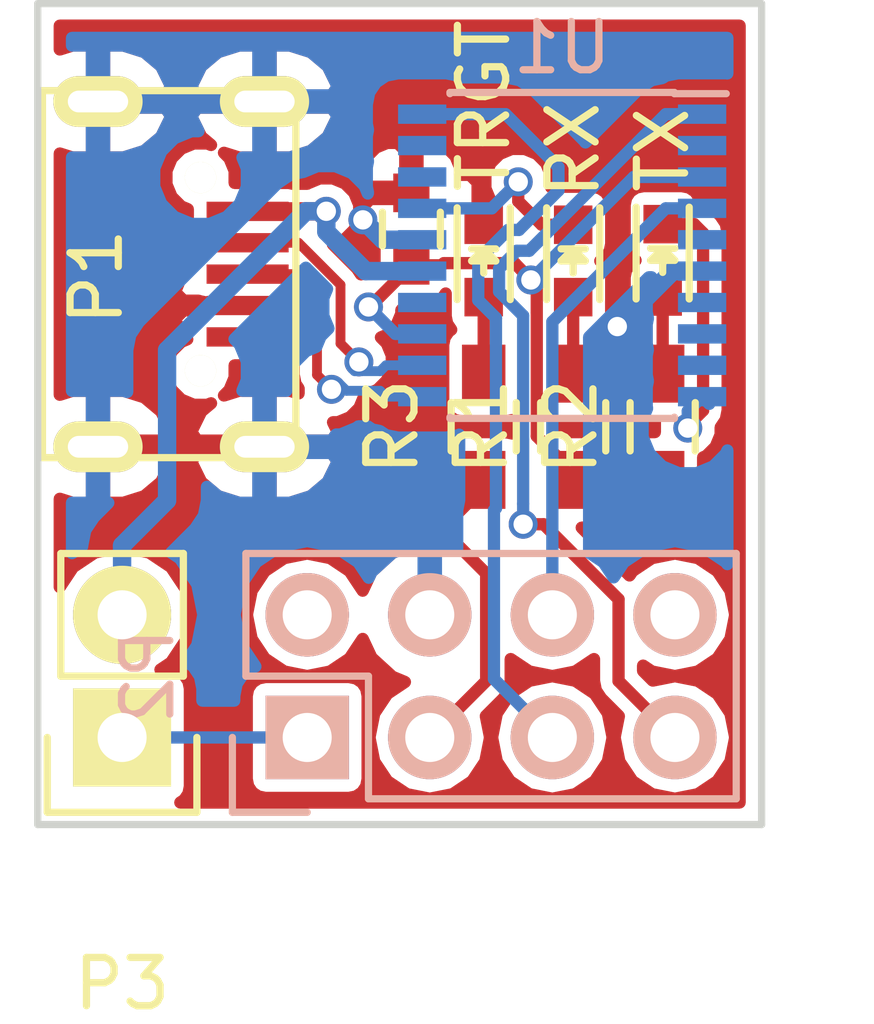
<source format=kicad_pcb>
(kicad_pcb (version 20170123) (host pcbnew no-vcs-found-7659~57~ubuntu16.10.1)

  (general
    (links 27)
    (no_connects 0)
    (area 113.090238 109.924999 131.5755 131.3669)
    (thickness 1.6)
    (drawings 4)
    (tracks 113)
    (zones 0)
    (modules 11)
    (nets 27)
  )

  (page A4)
  (layers
    (0 F.Cu signal)
    (31 B.Cu signal)
    (32 B.Adhes user)
    (33 F.Adhes user)
    (34 B.Paste user)
    (35 F.Paste user)
    (36 B.SilkS user)
    (37 F.SilkS user)
    (38 B.Mask user)
    (39 F.Mask user)
    (40 Dwgs.User user)
    (41 Cmts.User user)
    (42 Eco1.User user)
    (43 Eco2.User user)
    (44 Edge.Cuts user)
    (45 Margin user)
    (46 B.CrtYd user)
    (47 F.CrtYd user)
    (48 B.Fab user)
    (49 F.Fab user)
  )

  (setup
    (last_trace_width 0.254)
    (trace_clearance 0.1778)
    (zone_clearance 0.508)
    (zone_45_only no)
    (trace_min 0.0254)
    (segment_width 0.2)
    (edge_width 0.15)
    (via_size 0.6)
    (via_drill 0.4)
    (via_min_size 0.4)
    (via_min_drill 0.3)
    (uvia_size 0.3)
    (uvia_drill 0.1)
    (uvias_allowed no)
    (uvia_min_size 0)
    (uvia_min_drill 0)
    (pcb_text_width 0.3)
    (pcb_text_size 1.5 1.5)
    (mod_edge_width 0.15)
    (mod_text_size 1 1)
    (mod_text_width 0.15)
    (pad_size 1.05 1.85)
    (pad_drill 0.45)
    (pad_to_mask_clearance 0.2)
    (aux_axis_origin 0 0)
    (visible_elements FFFFFF7F)
    (pcbplotparams
      (layerselection 0x010f0_ffffffff)
      (usegerberextensions false)
      (excludeedgelayer true)
      (linewidth 0.100000)
      (plotframeref false)
      (viasonmask false)
      (mode 1)
      (useauxorigin false)
      (hpglpennumber 1)
      (hpglpenspeed 20)
      (hpglpendiameter 15)
      (psnegative false)
      (psa4output false)
      (plotreference true)
      (plotvalue true)
      (plotinvisibletext false)
      (padsonsilk false)
      (subtractmaskfromsilk false)
      (outputformat 1)
      (mirror false)
      (drillshape 0)
      (scaleselection 1)
      (outputdirectory Manufacturing/))
  )

  (net 0 "")
  (net 1 GND)
  (net 2 +5V)
  (net 3 "Net-(P1-Pad5)")
  (net 4 "Net-(P2-Pad2)")
  (net 5 "Net-(P2-Pad3)")
  (net 6 /TXD)
  (net 7 /RXD)
  (net 8 "Net-(P2-Pad8)")
  (net 9 "Net-(U1-Pad2)")
  (net 10 /D+)
  (net 11 /D-)
  (net 12 "Net-(C1-Pad2)")
  (net 13 "Net-(D1-Pad2)")
  (net 14 "Net-(D1-Pad1)")
  (net 15 "Net-(D2-Pad2)")
  (net 16 "Net-(D2-Pad1)")
  (net 17 "Net-(P2-Pad1)")
  (net 18 "Net-(D3-Pad2)")
  (net 19 /RST)
  (net 20 "Net-(U1-Pad5)")
  (net 21 "Net-(U1-Pad7)")
  (net 22 "Net-(U1-Pad8)")
  (net 23 "Net-(U1-Pad9)")
  (net 24 "Net-(U1-Pad14)")
  (net 25 "Net-(U1-Pad18)")
  (net 26 "Net-(U1-Pad19)")

  (net_class Default "This is the default net class."
    (clearance 0.1778)
    (trace_width 0.254)
    (via_dia 0.6)
    (via_drill 0.4)
    (uvia_dia 0.3)
    (uvia_drill 0.1)
    (add_net /D+)
    (add_net /D-)
    (add_net /RST)
    (add_net /RXD)
    (add_net /TXD)
    (add_net "Net-(C1-Pad2)")
    (add_net "Net-(D1-Pad1)")
    (add_net "Net-(D1-Pad2)")
    (add_net "Net-(D2-Pad1)")
    (add_net "Net-(D2-Pad2)")
    (add_net "Net-(D3-Pad2)")
    (add_net "Net-(P1-Pad5)")
    (add_net "Net-(P2-Pad1)")
    (add_net "Net-(P2-Pad2)")
    (add_net "Net-(P2-Pad3)")
    (add_net "Net-(P2-Pad8)")
    (add_net "Net-(U1-Pad14)")
    (add_net "Net-(U1-Pad18)")
    (add_net "Net-(U1-Pad19)")
    (add_net "Net-(U1-Pad2)")
    (add_net "Net-(U1-Pad5)")
    (add_net "Net-(U1-Pad7)")
    (add_net "Net-(U1-Pad8)")
    (add_net "Net-(U1-Pad9)")
  )

  (net_class Power ""
    (clearance 0.1778)
    (trace_width 0.381)
    (via_dia 0.6)
    (via_drill 0.4)
    (uvia_dia 0.3)
    (uvia_drill 0.1)
    (add_net +5V)
    (add_net GND)
  )

  (module mysensors_connectors:Micro_USB (layer F.Cu) (tedit 58A8CBD2) (tstamp 56E90ABC)
    (at 114.0984 115.602 270)
    (path /56E908FF)
    (fp_text reference P1 (at 0.0574 -1.116 270) (layer F.SilkS)
      (effects (font (size 1 1) (thickness 0.15)))
    )
    (fp_text value USB_A (at -0.0066 -1.1922 270) (layer F.Fab)
      (effects (font (size 1 1) (thickness 0.15)))
    )
    (fp_line (start -3.8 0) (end -3.8 -5.25) (layer F.SilkS) (width 0.15))
    (fp_line (start -3.8 -5.25) (end 3.8 -5.25) (layer F.SilkS) (width 0.15))
    (fp_line (start 3.8 -5.25) (end 3.8 0) (layer F.SilkS) (width 0.15))
    (fp_line (start -3.8 0) (end 3.8 0) (layer F.SilkS) (width 0.15))
    (pad 3 smd rect (at 0 -4.25 270) (size 0.4 1.7) (layers F.Cu F.Paste F.Mask)
      (net 10 /D+))
    (pad 4 smd rect (at 0.65 -4.25 270) (size 0.4 1.7) (layers F.Cu F.Paste F.Mask)
      (net 1 GND))
    (pad 2 smd rect (at -0.65 -4.25 270) (size 0.4 1.7) (layers F.Cu F.Paste F.Mask)
      (net 11 /D-))
    (pad 1 smd trapezoid (at -1.3 -4.25 270) (size 0.4 1.7) (layers F.Cu F.Paste F.Mask)
      (net 2 +5V))
    (pad 5 smd rect (at 1.3 -4.25 270) (size 0.4 1.7) (layers F.Cu F.Paste F.Mask)
      (net 3 "Net-(P1-Pad5)"))
    (pad 6 thru_hole oval (at -3.575 -1.15 270) (size 1.05 1.85) (drill oval 0.45 1.25) (layers *.Cu *.Mask F.SilkS)
      (net 1 GND))
    (pad 7 thru_hole oval (at 3.575 -1.15 270) (size 1.05 1.85) (drill oval 0.45 1.25) (layers *.Cu *.Mask F.SilkS)
      (net 1 GND))
    (pad 8 thru_hole oval (at -3.575 -4.6 270) (size 1.05 1.85) (drill oval 0.45 1.25) (layers *.Cu *.Mask F.SilkS)
      (net 1 GND))
    (pad 9 thru_hole oval (at 3.575 -4.6 270) (size 1.05 1.85) (drill oval 0.45 1.25) (layers *.Cu *.Mask F.SilkS)
      (net 1 GND))
    (pad "" np_thru_hole circle (at -2 -3.275 270) (size 0.65 0.65) (drill 0.65) (layers *.Cu *.Mask F.SilkS))
    (pad "" np_thru_hole circle (at 2 -3.275 270) (size 0.65 0.65) (drill 0.65) (layers *.Cu *.Mask F.SilkS))
    (model mysensors.3dshapes/w.lain.3dshapes/conn_pc/usb_B_micro_smd-2.wrl
      (at (xyz 0 0.07000000000000001 0))
      (scale (xyz 1 1 1))
      (rotate (xyz 0 0 0))
    )
  )

  (module Capacitors_SMD:C_0603 (layer F.Cu) (tedit 57D47120) (tstamp 56E90FD0)
    (at 121.7422 114.669 270)
    (descr "Capacitor SMD 0603, reflow soldering, AVX (see smccp.pdf)")
    (tags "capacitor 0603")
    (path /56E912AF)
    (attr smd)
    (fp_text reference C1 (at 0 -1.9 270) (layer F.Fab)
      (effects (font (size 1 1) (thickness 0.15)))
    )
    (fp_text value C (at 0 1.9 270) (layer F.Fab)
      (effects (font (size 1 1) (thickness 0.15)))
    )
    (fp_line (start -1.45 -0.75) (end 1.45 -0.75) (layer F.CrtYd) (width 0.05))
    (fp_line (start -1.45 0.75) (end 1.45 0.75) (layer F.CrtYd) (width 0.05))
    (fp_line (start -1.45 -0.75) (end -1.45 0.75) (layer F.CrtYd) (width 0.05))
    (fp_line (start 1.45 -0.75) (end 1.45 0.75) (layer F.CrtYd) (width 0.05))
    (fp_line (start -0.35 -0.6) (end 0.35 -0.6) (layer F.SilkS) (width 0.15))
    (fp_line (start 0.35 0.6) (end -0.35 0.6) (layer F.SilkS) (width 0.15))
    (pad 1 smd rect (at -0.75 0 270) (size 0.8 0.75) (layers F.Cu F.Paste F.Mask)
      (net 1 GND))
    (pad 2 smd rect (at 0.75 0 270) (size 0.8 0.75) (layers F.Cu F.Paste F.Mask)
      (net 12 "Net-(C1-Pad2)"))
    (model Capacitors_SMD.3dshapes/C_0603.wrl
      (at (xyz 0 0 0))
      (scale (xyz 1 1 1))
      (rotate (xyz 0 0 0))
    )
  )

  (module LEDs:LED-0603 (layer F.Cu) (tedit 57D47372) (tstamp 56E90FD6)
    (at 125.095 115.3287 270)
    (descr "LED 0603 smd package")
    (tags "LED led 0603 SMD smd SMT smt smdled SMDLED smtled SMTLED")
    (path /56E90F3E)
    (attr smd)
    (fp_text reference D1 (at 0 -1.5 270) (layer F.Fab)
      (effects (font (size 1 1) (thickness 0.15)))
    )
    (fp_text value RX (at -2.2987 0 270) (layer F.SilkS)
      (effects (font (size 1 1) (thickness 0.15)))
    )
    (fp_line (start -1.1 0.55) (end 0.8 0.55) (layer F.SilkS) (width 0.15))
    (fp_line (start -1.1 -0.55) (end 0.8 -0.55) (layer F.SilkS) (width 0.15))
    (fp_line (start -0.2 0) (end 0.25 0) (layer F.SilkS) (width 0.15))
    (fp_line (start -0.25 -0.25) (end -0.25 0.25) (layer F.SilkS) (width 0.15))
    (fp_line (start -0.25 0) (end 0 -0.25) (layer F.SilkS) (width 0.15))
    (fp_line (start 0 -0.25) (end 0 0.25) (layer F.SilkS) (width 0.15))
    (fp_line (start 0 0.25) (end -0.25 0) (layer F.SilkS) (width 0.15))
    (fp_line (start 1.4 -0.75) (end 1.4 0.75) (layer F.CrtYd) (width 0.05))
    (fp_line (start 1.4 0.75) (end -1.4 0.75) (layer F.CrtYd) (width 0.05))
    (fp_line (start -1.4 0.75) (end -1.4 -0.75) (layer F.CrtYd) (width 0.05))
    (fp_line (start -1.4 -0.75) (end 1.4 -0.75) (layer F.CrtYd) (width 0.05))
    (pad 2 smd rect (at 0.7493 0 90) (size 0.79756 0.79756) (layers F.Cu F.Paste F.Mask)
      (net 13 "Net-(D1-Pad2)"))
    (pad 1 smd rect (at -0.7493 0 90) (size 0.79756 0.79756) (layers F.Cu F.Paste F.Mask)
      (net 14 "Net-(D1-Pad1)"))
  )

  (module LEDs:LED-0603 (layer F.Cu) (tedit 57D47388) (tstamp 56E90FDC)
    (at 126.9492 115.316 270)
    (descr "LED 0603 smd package")
    (tags "LED led 0603 SMD smd SMT smt smdled SMDLED smtled SMTLED")
    (path /56E90EFF)
    (attr smd)
    (fp_text reference D2 (at 0 -1.5 270) (layer F.Fab)
      (effects (font (size 1 1) (thickness 0.15)))
    )
    (fp_text value TX (at -2.286 0 270) (layer F.SilkS)
      (effects (font (size 1 1) (thickness 0.15)))
    )
    (fp_line (start -1.1 0.55) (end 0.8 0.55) (layer F.SilkS) (width 0.15))
    (fp_line (start -1.1 -0.55) (end 0.8 -0.55) (layer F.SilkS) (width 0.15))
    (fp_line (start -0.2 0) (end 0.25 0) (layer F.SilkS) (width 0.15))
    (fp_line (start -0.25 -0.25) (end -0.25 0.25) (layer F.SilkS) (width 0.15))
    (fp_line (start -0.25 0) (end 0 -0.25) (layer F.SilkS) (width 0.15))
    (fp_line (start 0 -0.25) (end 0 0.25) (layer F.SilkS) (width 0.15))
    (fp_line (start 0 0.25) (end -0.25 0) (layer F.SilkS) (width 0.15))
    (fp_line (start 1.4 -0.75) (end 1.4 0.75) (layer F.CrtYd) (width 0.05))
    (fp_line (start 1.4 0.75) (end -1.4 0.75) (layer F.CrtYd) (width 0.05))
    (fp_line (start -1.4 0.75) (end -1.4 -0.75) (layer F.CrtYd) (width 0.05))
    (fp_line (start -1.4 -0.75) (end 1.4 -0.75) (layer F.CrtYd) (width 0.05))
    (pad 2 smd rect (at 0.7493 0 90) (size 0.79756 0.79756) (layers F.Cu F.Paste F.Mask)
      (net 15 "Net-(D2-Pad2)"))
    (pad 1 smd rect (at -0.7493 0 90) (size 0.79756 0.79756) (layers F.Cu F.Paste F.Mask)
      (net 16 "Net-(D2-Pad1)"))
  )

  (module Pin_Headers:Pin_Header_Straight_1x02 (layer F.Cu) (tedit 54EA090C) (tstamp 56E94444)
    (at 115.7478 125.1966 180)
    (descr "Through hole pin header")
    (tags "pin header")
    (path /56E94484)
    (fp_text reference P3 (at 0 -5.1 180) (layer F.SilkS)
      (effects (font (size 1 1) (thickness 0.15)))
    )
    (fp_text value supply (at 0 -3.1 180) (layer F.Fab)
      (effects (font (size 1 1) (thickness 0.15)))
    )
    (fp_line (start 1.27 1.27) (end 1.27 3.81) (layer F.SilkS) (width 0.15))
    (fp_line (start 1.55 -1.55) (end 1.55 0) (layer F.SilkS) (width 0.15))
    (fp_line (start -1.75 -1.75) (end -1.75 4.3) (layer F.CrtYd) (width 0.05))
    (fp_line (start 1.75 -1.75) (end 1.75 4.3) (layer F.CrtYd) (width 0.05))
    (fp_line (start -1.75 -1.75) (end 1.75 -1.75) (layer F.CrtYd) (width 0.05))
    (fp_line (start -1.75 4.3) (end 1.75 4.3) (layer F.CrtYd) (width 0.05))
    (fp_line (start 1.27 1.27) (end -1.27 1.27) (layer F.SilkS) (width 0.15))
    (fp_line (start -1.55 0) (end -1.55 -1.55) (layer F.SilkS) (width 0.15))
    (fp_line (start -1.55 -1.55) (end 1.55 -1.55) (layer F.SilkS) (width 0.15))
    (fp_line (start -1.27 1.27) (end -1.27 3.81) (layer F.SilkS) (width 0.15))
    (fp_line (start -1.27 3.81) (end 1.27 3.81) (layer F.SilkS) (width 0.15))
    (pad 1 thru_hole rect (at 0 0 180) (size 2.032 2.032) (drill 1.016) (layers *.Cu *.Mask F.SilkS)
      (net 17 "Net-(P2-Pad1)"))
    (pad 2 thru_hole oval (at 0 2.54 180) (size 2.032 2.032) (drill 1.016) (layers *.Cu *.Mask F.SilkS)
      (net 2 +5V))
    (model Pin_Headers.3dshapes/Pin_Header_Straight_1x02.wrl
      (at (xyz 0 -0.05 0))
      (scale (xyz 1 1 1))
      (rotate (xyz 0 0 90))
    )
  )

  (module mysensors_connectors:MYSX_2.0_SOCKET (layer F.Cu) (tedit 57D03DBD) (tstamp 56E90ACC)
    (at 119.5832 125.1966 90)
    (descr "Through hole pin socket")
    (tags "pin socket MYSX 2.0 daughter")
    (path /56E907D4)
    (fp_text reference P2 (at 1.27 -3.302 90) (layer B.SilkS)
      (effects (font (size 1 1) (thickness 0.15)) (justify mirror))
    )
    (fp_text value MYSX_2.0 (at 1.27 10.922 90) (layer B.Fab)
      (effects (font (size 1 1) (thickness 0.15)) (justify mirror))
    )
    (fp_text user 2.0 (at 2.54 -3.302 90) (layer Cmts.User)
      (effects (font (size 1 1) (thickness 0.15)))
    )
    (fp_line (start -2.54 -2.54) (end -2.54 10.16) (layer B.CrtYd) (width 0.05))
    (fp_line (start 5.08 -2.54) (end 5.08 10.16) (layer B.CrtYd) (width 0.05))
    (fp_line (start -2.54 -2.54) (end 5.08 -2.54) (layer B.CrtYd) (width 0.05))
    (fp_line (start -2.54 10.16) (end 5.08 10.16) (layer B.CrtYd) (width 0.05))
    (fp_line (start -1.27 1.27) (end -1.27 8.89) (layer B.SilkS) (width 0.15))
    (fp_line (start -1.27 8.89) (end 3.81 8.89) (layer B.SilkS) (width 0.15))
    (fp_line (start 3.81 8.89) (end 3.81 -1.27) (layer B.SilkS) (width 0.15))
    (fp_line (start 3.81 -1.27) (end 1.27 -1.27) (layer B.SilkS) (width 0.15))
    (fp_line (start 0 -1.55) (end -1.55 -1.55) (layer B.SilkS) (width 0.15))
    (fp_line (start 1.27 -1.27) (end 1.27 1.27) (layer B.SilkS) (width 0.15))
    (fp_line (start 1.27 1.27) (end -1.27 1.27) (layer B.SilkS) (width 0.15))
    (fp_line (start -1.55 -1.55) (end -1.55 0) (layer B.SilkS) (width 0.15))
    (pad 1 thru_hole rect (at 0 0 90) (size 1.7272 1.7272) (drill 1.016) (layers *.Cu *.Mask B.SilkS)
      (net 17 "Net-(P2-Pad1)"))
    (pad 2 thru_hole oval (at 2.54 0 90) (size 1.7272 1.7272) (drill 1.016) (layers *.Cu *.Mask B.SilkS)
      (net 4 "Net-(P2-Pad2)"))
    (pad 3 thru_hole oval (at 0 2.54 90) (size 1.7272 1.7272) (drill 1.016) (layers *.Cu *.Mask B.SilkS)
      (net 5 "Net-(P2-Pad3)"))
    (pad 4 thru_hole oval (at 2.54 2.54 90) (size 1.7272 1.7272) (drill 1.016) (layers *.Cu *.Mask B.SilkS)
      (net 1 GND))
    (pad 5 thru_hole oval (at 0 5.08 90) (size 1.7272 1.7272) (drill 1.016) (layers *.Cu *.Mask B.SilkS)
      (net 6 /TXD))
    (pad 6 thru_hole oval (at 2.54 5.08 90) (size 1.7272 1.7272) (drill 1.016) (layers *.Cu *.Mask B.SilkS)
      (net 7 /RXD))
    (pad 7 thru_hole oval (at 0 7.62 90) (size 1.7272 1.7272) (drill 1.016) (layers *.Cu *.Mask B.SilkS)
      (net 19 /RST))
    (pad 8 thru_hole oval (at 2.54 7.62 90) (size 1.7272 1.7272) (drill 1.016) (layers *.Cu *.Mask B.SilkS)
      (net 8 "Net-(P2-Pad8)"))
    (model Socket_Strips.3dshapes/Socket_Strip_Straight_2x04.wrl
      (at (xyz 0.05 -0.15 -0.07000000000000001))
      (scale (xyz 1 1 1))
      (rotate (xyz 0 180 90))
    )
  )

  (module Housings_SSOP:SSOP-20_4.4x6.5mm_Pitch0.65mm (layer B.Cu) (tedit 54130A77) (tstamp 56E90B1A)
    (at 124.8664 115.2144 180)
    (descr "SSOP20: plastic shrink small outline package; 20 leads; body width 4.4 mm; (see NXP SSOP-TSSOP-VSO-REFLOW.pdf and sot266-1_po.pdf)")
    (tags "SSOP 0.65")
    (path /56E90861)
    (attr smd)
    (fp_text reference U1 (at 0 4.3 180) (layer B.SilkS)
      (effects (font (size 1 1) (thickness 0.15)) (justify mirror))
    )
    (fp_text value FT231XS (at 0 -4.3 180) (layer B.Fab)
      (effects (font (size 1 1) (thickness 0.15)) (justify mirror))
    )
    (fp_line (start -3.65 3.55) (end -3.65 -3.55) (layer B.CrtYd) (width 0.05))
    (fp_line (start 3.65 3.55) (end 3.65 -3.55) (layer B.CrtYd) (width 0.05))
    (fp_line (start -3.65 3.55) (end 3.65 3.55) (layer B.CrtYd) (width 0.05))
    (fp_line (start -3.65 -3.55) (end 3.65 -3.55) (layer B.CrtYd) (width 0.05))
    (fp_line (start -2.325 3.375) (end -2.325 3.35) (layer B.SilkS) (width 0.15))
    (fp_line (start 2.325 3.375) (end 2.325 3.35) (layer B.SilkS) (width 0.15))
    (fp_line (start 2.325 -3.375) (end 2.325 -3.35) (layer B.SilkS) (width 0.15))
    (fp_line (start -2.325 -3.375) (end -2.325 -3.35) (layer B.SilkS) (width 0.15))
    (fp_line (start -2.325 3.375) (end 2.325 3.375) (layer B.SilkS) (width 0.15))
    (fp_line (start -2.325 -3.375) (end 2.325 -3.375) (layer B.SilkS) (width 0.15))
    (fp_line (start -2.325 3.35) (end -3.4 3.35) (layer B.SilkS) (width 0.15))
    (pad 1 smd rect (at -2.9 2.925 180) (size 1 0.4) (layers B.Cu B.Paste B.Mask)
      (net 19 /RST))
    (pad 2 smd rect (at -2.9 2.275 180) (size 1 0.4) (layers B.Cu B.Paste B.Mask)
      (net 9 "Net-(U1-Pad2)"))
    (pad 3 smd rect (at -2.9 1.625 180) (size 1 0.4) (layers B.Cu B.Paste B.Mask)
      (net 12 "Net-(C1-Pad2)"))
    (pad 4 smd rect (at -2.9 0.975 180) (size 1 0.4) (layers B.Cu B.Paste B.Mask)
      (net 7 /RXD))
    (pad 5 smd rect (at -2.9 0.325 180) (size 1 0.4) (layers B.Cu B.Paste B.Mask)
      (net 20 "Net-(U1-Pad5)"))
    (pad 6 smd rect (at -2.9 -0.325 180) (size 1 0.4) (layers B.Cu B.Paste B.Mask)
      (net 1 GND))
    (pad 7 smd rect (at -2.9 -0.975 180) (size 1 0.4) (layers B.Cu B.Paste B.Mask)
      (net 21 "Net-(U1-Pad7)"))
    (pad 8 smd rect (at -2.9 -1.625 180) (size 1 0.4) (layers B.Cu B.Paste B.Mask)
      (net 22 "Net-(U1-Pad8)"))
    (pad 9 smd rect (at -2.9 -2.275 180) (size 1 0.4) (layers B.Cu B.Paste B.Mask)
      (net 23 "Net-(U1-Pad9)"))
    (pad 10 smd rect (at -2.9 -2.925 180) (size 1 0.4) (layers B.Cu B.Paste B.Mask)
      (net 16 "Net-(D2-Pad1)"))
    (pad 11 smd rect (at 2.9 -2.925 180) (size 1 0.4) (layers B.Cu B.Paste B.Mask)
      (net 10 /D+))
    (pad 12 smd rect (at 2.9 -2.275 180) (size 1 0.4) (layers B.Cu B.Paste B.Mask)
      (net 11 /D-))
    (pad 13 smd rect (at 2.9 -1.625 180) (size 1 0.4) (layers B.Cu B.Paste B.Mask)
      (net 12 "Net-(C1-Pad2)"))
    (pad 14 smd rect (at 2.9 -0.975 180) (size 1 0.4) (layers B.Cu B.Paste B.Mask)
      (net 24 "Net-(U1-Pad14)"))
    (pad 15 smd rect (at 2.9 -0.325 180) (size 1 0.4) (layers B.Cu B.Paste B.Mask)
      (net 2 +5V))
    (pad 16 smd rect (at 2.9 0.325 180) (size 1 0.4) (layers B.Cu B.Paste B.Mask)
      (net 1 GND))
    (pad 17 smd rect (at 2.9 0.975 180) (size 1 0.4) (layers B.Cu B.Paste B.Mask)
      (net 14 "Net-(D1-Pad1)"))
    (pad 18 smd rect (at 2.9 1.625 180) (size 1 0.4) (layers B.Cu B.Paste B.Mask)
      (net 25 "Net-(U1-Pad18)"))
    (pad 19 smd rect (at 2.9 2.275 180) (size 1 0.4) (layers B.Cu B.Paste B.Mask)
      (net 26 "Net-(U1-Pad19)"))
    (pad 20 smd rect (at 2.9 2.925 180) (size 1 0.4) (layers B.Cu B.Paste B.Mask)
      (net 6 /TXD))
    (model Housings_SSOP.3dshapes/SSOP-20_4.4x6.5mm_Pitch0.65mm.wrl
      (at (xyz 0 0 0))
      (scale (xyz 1 1 1))
      (rotate (xyz 0 0 0))
    )
  )

  (module LEDs:LED-0603 (layer F.Cu) (tedit 57D4739D) (tstamp 57D4736D)
    (at 123.2408 115.3287 270)
    (descr "LED 0603 smd package")
    (tags "LED led 0603 SMD smd SMT smt smdled SMDLED smtled SMTLED")
    (path /57D3DF64)
    (attr smd)
    (fp_text reference D3 (at 0 -1.5 270) (layer F.Fab)
      (effects (font (size 1 1) (thickness 0.15)))
    )
    (fp_text value TRGT (at -3.2131 0 270) (layer F.SilkS)
      (effects (font (size 1 1) (thickness 0.15)))
    )
    (fp_line (start -1.1 0.55) (end 0.8 0.55) (layer F.SilkS) (width 0.15))
    (fp_line (start -1.1 -0.55) (end 0.8 -0.55) (layer F.SilkS) (width 0.15))
    (fp_line (start -0.2 0) (end 0.25 0) (layer F.SilkS) (width 0.15))
    (fp_line (start -0.25 -0.25) (end -0.25 0.25) (layer F.SilkS) (width 0.15))
    (fp_line (start -0.25 0) (end 0 -0.25) (layer F.SilkS) (width 0.15))
    (fp_line (start 0 -0.25) (end 0 0.25) (layer F.SilkS) (width 0.15))
    (fp_line (start 0 0.25) (end -0.25 0) (layer F.SilkS) (width 0.15))
    (fp_line (start 1.4 -0.75) (end 1.4 0.75) (layer F.CrtYd) (width 0.05))
    (fp_line (start 1.4 0.75) (end -1.4 0.75) (layer F.CrtYd) (width 0.05))
    (fp_line (start -1.4 0.75) (end -1.4 -0.75) (layer F.CrtYd) (width 0.05))
    (fp_line (start -1.4 -0.75) (end 1.4 -0.75) (layer F.CrtYd) (width 0.05))
    (pad 2 smd rect (at 0.7493 0 90) (size 0.79756 0.79756) (layers F.Cu F.Paste F.Mask)
      (net 18 "Net-(D3-Pad2)"))
    (pad 1 smd rect (at -0.7493 0 90) (size 0.79756 0.79756) (layers F.Cu F.Paste F.Mask)
      (net 1 GND))
  )

  (module Resistors_SMD:R_0603_HandSoldering (layer F.Cu) (tedit 5418A00F) (tstamp 57D47379)
    (at 123.2408 118.7626 90)
    (descr "Resistor SMD 0603, hand soldering")
    (tags "resistor 0603")
    (path /57D3E0C0)
    (attr smd)
    (fp_text reference R3 (at 0 -1.9 90) (layer F.SilkS)
      (effects (font (size 1 1) (thickness 0.15)))
    )
    (fp_text value R (at 0 1.9 90) (layer F.Fab)
      (effects (font (size 1 1) (thickness 0.15)))
    )
    (fp_line (start -2 -0.8) (end 2 -0.8) (layer F.CrtYd) (width 0.05))
    (fp_line (start -2 0.8) (end 2 0.8) (layer F.CrtYd) (width 0.05))
    (fp_line (start -2 -0.8) (end -2 0.8) (layer F.CrtYd) (width 0.05))
    (fp_line (start 2 -0.8) (end 2 0.8) (layer F.CrtYd) (width 0.05))
    (fp_line (start 0.5 0.675) (end -0.5 0.675) (layer F.SilkS) (width 0.15))
    (fp_line (start -0.5 -0.675) (end 0.5 -0.675) (layer F.SilkS) (width 0.15))
    (pad 1 smd rect (at -1.1 0 90) (size 1.2 0.9) (layers F.Cu F.Paste F.Mask)
      (net 5 "Net-(P2-Pad3)"))
    (pad 2 smd rect (at 1.1 0 90) (size 1.2 0.9) (layers F.Cu F.Paste F.Mask)
      (net 18 "Net-(D3-Pad2)"))
    (model Resistors_SMD.3dshapes/R_0603_HandSoldering.wrl
      (at (xyz 0 0 0))
      (scale (xyz 1 1 1))
      (rotate (xyz 0 0 0))
    )
  )

  (module Resistors_SMD:R_0603_HandSoldering (layer F.Cu) (tedit 5418A00F) (tstamp 56E90FE2)
    (at 125.095 118.7626 90)
    (descr "Resistor SMD 0603, hand soldering")
    (tags "resistor 0603")
    (path /56E90F6E)
    (attr smd)
    (fp_text reference R1 (at 0 -1.9 90) (layer F.SilkS)
      (effects (font (size 1 1) (thickness 0.15)))
    )
    (fp_text value R (at 0 1.9 90) (layer F.Fab)
      (effects (font (size 1 1) (thickness 0.15)))
    )
    (fp_line (start -2 -0.8) (end 2 -0.8) (layer F.CrtYd) (width 0.05))
    (fp_line (start -2 0.8) (end 2 0.8) (layer F.CrtYd) (width 0.05))
    (fp_line (start -2 -0.8) (end -2 0.8) (layer F.CrtYd) (width 0.05))
    (fp_line (start 2 -0.8) (end 2 0.8) (layer F.CrtYd) (width 0.05))
    (fp_line (start 0.5 0.675) (end -0.5 0.675) (layer F.SilkS) (width 0.15))
    (fp_line (start -0.5 -0.675) (end 0.5 -0.675) (layer F.SilkS) (width 0.15))
    (pad 1 smd rect (at -1.1 0 90) (size 1.2 0.9) (layers F.Cu F.Paste F.Mask)
      (net 12 "Net-(C1-Pad2)"))
    (pad 2 smd rect (at 1.1 0 90) (size 1.2 0.9) (layers F.Cu F.Paste F.Mask)
      (net 13 "Net-(D1-Pad2)"))
    (model Resistors_SMD.3dshapes/R_0603_HandSoldering.wrl
      (at (xyz 0 0 0))
      (scale (xyz 1 1 1))
      (rotate (xyz 0 0 0))
    )
  )

  (module Resistors_SMD:R_0603_HandSoldering (layer F.Cu) (tedit 5418A00F) (tstamp 56E90FE8)
    (at 126.9492 118.7626 90)
    (descr "Resistor SMD 0603, hand soldering")
    (tags "resistor 0603")
    (path /56E90FB2)
    (attr smd)
    (fp_text reference R2 (at 0 -1.9 90) (layer F.SilkS)
      (effects (font (size 1 1) (thickness 0.15)))
    )
    (fp_text value R (at 0 1.9 90) (layer F.Fab)
      (effects (font (size 1 1) (thickness 0.15)))
    )
    (fp_line (start -2 -0.8) (end 2 -0.8) (layer F.CrtYd) (width 0.05))
    (fp_line (start -2 0.8) (end 2 0.8) (layer F.CrtYd) (width 0.05))
    (fp_line (start -2 -0.8) (end -2 0.8) (layer F.CrtYd) (width 0.05))
    (fp_line (start 2 -0.8) (end 2 0.8) (layer F.CrtYd) (width 0.05))
    (fp_line (start 0.5 0.675) (end -0.5 0.675) (layer F.SilkS) (width 0.15))
    (fp_line (start -0.5 -0.675) (end 0.5 -0.675) (layer F.SilkS) (width 0.15))
    (pad 1 smd rect (at -1.1 0 90) (size 1.2 0.9) (layers F.Cu F.Paste F.Mask)
      (net 12 "Net-(C1-Pad2)"))
    (pad 2 smd rect (at 1.1 0 90) (size 1.2 0.9) (layers F.Cu F.Paste F.Mask)
      (net 15 "Net-(D2-Pad2)"))
    (model Resistors_SMD.3dshapes/R_0603_HandSoldering.wrl
      (at (xyz 0 0 0))
      (scale (xyz 1 1 1))
      (rotate (xyz 0 0 0))
    )
  )

  (gr_line (start 114 110) (end 114 127) (layer Edge.Cuts) (width 0.15))
  (gr_line (start 129 110) (end 114 110) (layer Edge.Cuts) (width 0.15))
  (gr_line (start 129 127) (end 129 110) (layer Edge.Cuts) (width 0.15))
  (gr_line (start 114 127) (end 129 127) (layer Edge.Cuts) (width 0.15))

  (segment (start 127.7664 115.5394) (end 127.1576 115.5394) (width 0.381) (layer B.Cu) (net 1))
  (segment (start 127.1576 115.5394) (end 126.0094 116.6876) (width 0.381) (layer B.Cu) (net 1))
  (via (at 126.0094 116.6876) (size 0.6) (drill 0.4) (layers F.Cu B.Cu) (net 1))
  (via (at 120.736998 114.4778) (size 0.6) (drill 0.4) (layers F.Cu B.Cu) (net 1))
  (segment (start 121.9664 114.8894) (end 121.148598 114.8894) (width 0.381) (layer B.Cu) (net 1))
  (segment (start 121.148598 114.8894) (end 120.736998 114.4778) (width 0.381) (layer B.Cu) (net 1))
  (segment (start 120.794646 115.5394) (end 119.979729 114.724483) (width 0.381) (layer B.Cu) (net 2))
  (segment (start 116.680099 117.175585) (end 119.555465 114.300219) (width 0.381) (layer B.Cu) (net 2))
  (segment (start 115.7478 121.21976) (end 116.680099 120.287461) (width 0.381) (layer B.Cu) (net 2))
  (segment (start 119.979729 114.724483) (end 119.979729 114.300219) (width 0.381) (layer B.Cu) (net 2))
  (segment (start 115.7478 122.6566) (end 115.7478 121.21976) (width 0.381) (layer B.Cu) (net 2))
  (segment (start 118.3484 114.302) (end 119.977948 114.302) (width 0.381) (layer F.Cu) (net 2))
  (segment (start 119.555465 114.300219) (end 119.979729 114.300219) (width 0.381) (layer B.Cu) (net 2))
  (segment (start 116.680099 120.287461) (end 116.680099 117.175585) (width 0.381) (layer B.Cu) (net 2))
  (via (at 119.979729 114.300219) (size 0.6) (drill 0.4) (layers F.Cu B.Cu) (net 2))
  (segment (start 119.977948 114.302) (end 119.979729 114.300219) (width 0.381) (layer F.Cu) (net 2))
  (segment (start 121.9664 115.5394) (end 120.794646 115.5394) (width 0.381) (layer B.Cu) (net 2))
  (segment (start 123.2408 120.0126) (end 123.2408 119.8626) (width 0.254) (layer F.Cu) (net 5))
  (segment (start 122.5368 120.7166) (end 123.2408 120.0126) (width 0.254) (layer F.Cu) (net 5))
  (segment (start 122.5368 121.0461) (end 122.5368 120.7166) (width 0.254) (layer F.Cu) (net 5))
  (segment (start 123.291601 121.800901) (end 122.5368 121.0461) (width 0.254) (layer F.Cu) (net 5))
  (segment (start 123.291601 124.028199) (end 123.291601 121.800901) (width 0.254) (layer F.Cu) (net 5))
  (segment (start 122.1232 125.1966) (end 123.291601 124.028199) (width 0.254) (layer F.Cu) (net 5))
  (segment (start 124.7902 113.3856) (end 123.694 112.2894) (width 0.254) (layer B.Cu) (net 6))
  (segment (start 123.972614 114.685786) (end 124.7902 113.8682) (width 0.254) (layer B.Cu) (net 6))
  (segment (start 123.694 112.2894) (end 122.7204 112.2894) (width 0.254) (layer B.Cu) (net 6))
  (segment (start 123.453589 120.491242) (end 123.494799 120.450032) (width 0.254) (layer B.Cu) (net 6))
  (segment (start 123.749252 114.685786) (end 123.972614 114.685786) (width 0.254) (layer B.Cu) (net 6))
  (segment (start 123.128387 115.306652) (end 123.749252 114.685786) (width 0.254) (layer B.Cu) (net 6))
  (segment (start 123.494799 116.509496) (end 123.128387 116.143085) (width 0.254) (layer B.Cu) (net 6))
  (segment (start 123.494799 120.450032) (end 123.494799 116.509496) (width 0.254) (layer B.Cu) (net 6))
  (segment (start 122.7204 112.2894) (end 121.9664 112.2894) (width 0.254) (layer B.Cu) (net 6))
  (segment (start 124.7902 113.8682) (end 124.7902 113.3856) (width 0.254) (layer B.Cu) (net 6))
  (segment (start 123.128387 116.143085) (end 123.128387 115.306652) (width 0.254) (layer B.Cu) (net 6))
  (segment (start 123.453589 123.986989) (end 123.453589 120.491242) (width 0.254) (layer B.Cu) (net 6))
  (segment (start 124.6632 125.1966) (end 123.453589 123.986989) (width 0.254) (layer B.Cu) (net 6))
  (segment (start 124.6632 121.2596) (end 124.6632 122.6566) (width 0.254) (layer B.Cu) (net 7))
  (segment (start 124.6632 118.872) (end 124.6632 116.5886) (width 0.254) (layer B.Cu) (net 7))
  (segment (start 124.6632 121.2596) (end 124.6632 118.872) (width 0.254) (layer B.Cu) (net 7))
  (segment (start 124.6632 116.5886) (end 127.0124 114.2394) (width 0.254) (layer B.Cu) (net 7))
  (segment (start 127.0124 114.2394) (end 127.7664 114.2394) (width 0.254) (layer B.Cu) (net 7))
  (segment (start 119.786627 117.687575) (end 120.086626 117.987574) (width 0.2032) (layer F.Cu) (net 10))
  (segment (start 119.786627 115.987027) (end 119.786627 117.687575) (width 0.2032) (layer F.Cu) (net 10))
  (segment (start 118.3484 115.602) (end 119.4016 115.602) (width 0.2032) (layer F.Cu) (net 10))
  (segment (start 119.4016 115.602) (end 119.786627 115.987027) (width 0.2032) (layer F.Cu) (net 10))
  (segment (start 121.2164 118.1394) (end 121.9664 118.1394) (width 0.2032) (layer B.Cu) (net 10))
  (segment (start 120.226916 117.847284) (end 120.397232 118.0176) (width 0.2032) (layer B.Cu) (net 10))
  (segment (start 120.086626 117.987574) (end 120.226916 117.847284) (width 0.2032) (layer B.Cu) (net 10))
  (segment (start 120.397232 118.0176) (end 121.0946 118.0176) (width 0.2032) (layer B.Cu) (net 10))
  (segment (start 121.0946 118.0176) (end 121.2164 118.1394) (width 0.2032) (layer B.Cu) (net 10))
  (via (at 120.086626 117.987574) (size 0.6) (drill 0.4) (layers F.Cu B.Cu) (net 10))
  (segment (start 120.273799 115.824199) (end 120.273799 117.038851) (width 0.2032) (layer F.Cu) (net 11))
  (segment (start 120.354575 117.119627) (end 120.654574 117.419626) (width 0.2032) (layer F.Cu) (net 11))
  (segment (start 119.4016 114.952) (end 120.273799 115.824199) (width 0.2032) (layer F.Cu) (net 11))
  (segment (start 120.273799 117.038851) (end 120.354575 117.119627) (width 0.2032) (layer F.Cu) (net 11))
  (segment (start 118.3484 114.952) (end 119.4016 114.952) (width 0.2032) (layer F.Cu) (net 11))
  (segment (start 120.654574 117.419626) (end 120.514284 117.559916) (width 0.2032) (layer B.Cu) (net 11))
  (segment (start 120.514284 117.559916) (end 120.565568 117.6112) (width 0.2032) (layer B.Cu) (net 11))
  (segment (start 120.565568 117.6112) (end 121.0946 117.6112) (width 0.2032) (layer B.Cu) (net 11))
  (segment (start 121.0946 117.6112) (end 121.2164 117.4894) (width 0.2032) (layer B.Cu) (net 11))
  (segment (start 121.2164 117.4894) (end 121.9664 117.4894) (width 0.2032) (layer B.Cu) (net 11))
  (via (at 120.654574 117.419626) (size 0.6) (drill 0.4) (layers F.Cu B.Cu) (net 11))
  (segment (start 124.218418 115.722398) (end 126.351416 113.5894) (width 0.254) (layer B.Cu) (net 12))
  (segment (start 126.351416 113.5894) (end 127.7664 113.5894) (width 0.254) (layer B.Cu) (net 12))
  (segment (start 124.327217 115.831197) (end 124.218418 115.722398) (width 0.254) (layer F.Cu) (net 12))
  (via (at 124.218418 115.722398) (size 0.6) (drill 0.4) (layers F.Cu B.Cu) (net 12))
  (segment (start 123.883421 115.374419) (end 124.218418 115.722398) (width 0.254) (layer F.Cu) (net 12))
  (segment (start 124.340199 115.831197) (end 124.327217 115.831197) (width 0.254) (layer F.Cu) (net 12))
  (segment (start 121.7422 115.419) (end 122.3712 115.419) (width 0.254) (layer F.Cu) (net 12))
  (segment (start 122.3712 115.419) (end 122.415781 115.374419) (width 0.254) (layer F.Cu) (net 12))
  (segment (start 124.340199 115.831197) (end 124.340199 118.957799) (width 0.254) (layer F.Cu) (net 12))
  (segment (start 122.415781 115.374419) (end 123.883421 115.374419) (width 0.254) (layer F.Cu) (net 12))
  (segment (start 124.340199 118.957799) (end 125.095 119.7126) (width 0.254) (layer F.Cu) (net 12))
  (segment (start 125.095 119.7126) (end 125.095 119.8626) (width 0.254) (layer F.Cu) (net 12))
  (segment (start 120.8532 116.2812) (end 120.88 116.2812) (width 0.254) (layer F.Cu) (net 12))
  (segment (start 120.88 116.2812) (end 121.7422 115.419) (width 0.254) (layer F.Cu) (net 12))
  (segment (start 121.9664 116.8394) (end 121.4114 116.8394) (width 0.254) (layer B.Cu) (net 12))
  (segment (start 121.4114 116.8394) (end 120.8532 116.2812) (width 0.254) (layer B.Cu) (net 12))
  (via (at 120.8532 116.2812) (size 0.6) (drill 0.4) (layers F.Cu B.Cu) (net 12))
  (segment (start 125.095 119.8626) (end 126.9492 119.8626) (width 0.254) (layer F.Cu) (net 12))
  (segment (start 125.095 117.6626) (end 125.095 116.078) (width 0.254) (layer F.Cu) (net 13))
  (segment (start 123.656791 113.990399) (end 123.95679 113.6904) (width 0.254) (layer B.Cu) (net 14))
  (segment (start 123.95679 114.09397) (end 123.95679 113.6904) (width 0.254) (layer F.Cu) (net 14))
  (segment (start 123.40779 114.2394) (end 123.656791 113.990399) (width 0.254) (layer B.Cu) (net 14))
  (segment (start 124.44222 114.5794) (end 123.95679 114.09397) (width 0.254) (layer F.Cu) (net 14))
  (segment (start 121.9664 114.2394) (end 123.40779 114.2394) (width 0.254) (layer B.Cu) (net 14))
  (segment (start 125.095 114.5794) (end 124.44222 114.5794) (width 0.254) (layer F.Cu) (net 14))
  (via (at 123.95679 113.6904) (size 0.6) (drill 0.4) (layers F.Cu B.Cu) (net 14))
  (segment (start 126.9492 117.6626) (end 126.9492 116.0653) (width 0.254) (layer F.Cu) (net 15))
  (segment (start 127.469379 118.78998) (end 127.469379 118.436421) (width 0.254) (layer B.Cu) (net 16))
  (segment (start 127.469379 118.436421) (end 127.7664 118.1394) (width 0.254) (layer B.Cu) (net 16))
  (segment (start 127.7874 114.75212) (end 127.7874 118.423042) (width 0.254) (layer F.Cu) (net 16))
  (segment (start 127.7874 118.423042) (end 127.469379 118.741063) (width 0.254) (layer F.Cu) (net 16))
  (segment (start 127.469379 118.741063) (end 127.469379 118.78998) (width 0.254) (layer F.Cu) (net 16))
  (via (at 127.469379 118.78998) (size 0.6) (drill 0.4) (layers F.Cu B.Cu) (net 16))
  (segment (start 127.9144 118.2874) (end 127.7664 118.1394) (width 0.254) (layer B.Cu) (net 16))
  (segment (start 126.9492 114.5667) (end 127.60198 114.5667) (width 0.254) (layer F.Cu) (net 16))
  (segment (start 127.60198 114.5667) (end 127.7874 114.75212) (width 0.254) (layer F.Cu) (net 16))
  (segment (start 115.7478 125.1966) (end 119.5832 125.1966) (width 0.254) (layer B.Cu) (net 17))
  (segment (start 123.2408 117.6626) (end 123.2408 116.078) (width 0.254) (layer F.Cu) (net 18))
  (segment (start 123.928113 115.117597) (end 123.560197 115.485513) (width 0.254) (layer B.Cu) (net 19))
  (segment (start 124.482654 120.781547) (end 124.05839 120.781547) (width 0.254) (layer F.Cu) (net 19))
  (segment (start 126.034799 124.028199) (end 126.034799 122.333692) (width 0.254) (layer F.Cu) (net 19))
  (segment (start 123.560197 115.964224) (end 124.05839 116.462417) (width 0.254) (layer B.Cu) (net 19))
  (segment (start 127.0124 112.2894) (end 124.184203 115.117597) (width 0.254) (layer B.Cu) (net 19))
  (segment (start 127.7664 112.2894) (end 127.0124 112.2894) (width 0.254) (layer B.Cu) (net 19))
  (segment (start 127.2032 125.1966) (end 126.034799 124.028199) (width 0.254) (layer F.Cu) (net 19))
  (segment (start 124.05839 116.462417) (end 124.05839 120.357283) (width 0.254) (layer B.Cu) (net 19))
  (segment (start 126.034799 122.333692) (end 124.482654 120.781547) (width 0.254) (layer F.Cu) (net 19))
  (segment (start 123.560197 115.485513) (end 123.560197 115.964224) (width 0.254) (layer B.Cu) (net 19))
  (segment (start 124.05839 120.357283) (end 124.05839 120.781547) (width 0.254) (layer B.Cu) (net 19))
  (segment (start 124.184203 115.117597) (end 123.928113 115.117597) (width 0.254) (layer B.Cu) (net 19))
  (via (at 124.05839 120.781547) (size 0.6) (drill 0.4) (layers F.Cu B.Cu) (net 19))

  (zone (net 1) (net_name GND) (layer F.Cu) (tstamp 0) (hatch edge 0.508)
    (connect_pads (clearance 0.254))
    (min_thickness 0.254)
    (fill yes (arc_segments 16) (thermal_gap 0.508) (thermal_bridge_width 0.508))
    (polygon
      (pts
        (xy 113.9952 109.9312) (xy 128.9558 110.0074) (xy 128.9812 126.9746) (xy 113.9698 126.9238)
      )
    )
    (filled_polygon
      (pts
        (xy 128.544 126.544) (xy 116.953607 126.544) (xy 117.038486 126.487286) (xy 117.122694 126.361259) (xy 117.152264 126.2126)
        (xy 117.152264 124.333) (xy 118.331136 124.333) (xy 118.331136 126.0602) (xy 118.360706 126.208859) (xy 118.444914 126.334886)
        (xy 118.570941 126.419094) (xy 118.7196 126.448664) (xy 120.4468 126.448664) (xy 120.595459 126.419094) (xy 120.721486 126.334886)
        (xy 120.805694 126.208859) (xy 120.835264 126.0602) (xy 120.835264 124.333) (xy 120.805694 124.184341) (xy 120.721486 124.058314)
        (xy 120.595459 123.974106) (xy 120.4468 123.944536) (xy 118.7196 123.944536) (xy 118.570941 123.974106) (xy 118.444914 124.058314)
        (xy 118.360706 124.184341) (xy 118.331136 124.333) (xy 117.152264 124.333) (xy 117.152264 124.1806) (xy 117.122694 124.031941)
        (xy 117.038486 123.905914) (xy 116.912459 123.821706) (xy 116.7638 123.792136) (xy 116.541937 123.792136) (xy 116.762997 123.644428)
        (xy 117.065829 123.191209) (xy 117.172169 122.6566) (xy 117.065829 122.121991) (xy 116.762997 121.668772) (xy 116.309778 121.36594)
        (xy 115.775169 121.2596) (xy 115.720431 121.2596) (xy 115.185822 121.36594) (xy 114.732603 121.668772) (xy 114.456 122.082737)
        (xy 114.456 120.253329) (xy 114.7214 120.337) (xy 115.1214 120.337) (xy 115.1214 119.304) (xy 115.3754 119.304)
        (xy 115.3754 120.337) (xy 115.7754 120.337) (xy 116.209645 120.200099) (xy 116.558446 119.907441) (xy 116.767364 119.48281)
        (xy 117.179436 119.48281) (xy 117.388354 119.907441) (xy 117.737155 120.200099) (xy 118.1714 120.337) (xy 118.5714 120.337)
        (xy 118.5714 119.304) (xy 118.8254 119.304) (xy 118.8254 120.337) (xy 119.2254 120.337) (xy 119.659645 120.200099)
        (xy 120.008446 119.907441) (xy 120.217364 119.48281) (xy 120.091563 119.304) (xy 118.8254 119.304) (xy 118.5714 119.304)
        (xy 117.305237 119.304) (xy 117.179436 119.48281) (xy 116.767364 119.48281) (xy 116.641563 119.304) (xy 115.3754 119.304)
        (xy 115.1214 119.304) (xy 115.1014 119.304) (xy 115.1014 119.05) (xy 115.1214 119.05) (xy 115.1214 118.017)
        (xy 115.3754 118.017) (xy 115.3754 119.05) (xy 116.641563 119.05) (xy 116.767364 118.87119) (xy 116.558446 118.446559)
        (xy 116.209645 118.153901) (xy 115.7754 118.017) (xy 115.3754 118.017) (xy 115.1214 118.017) (xy 114.7214 118.017)
        (xy 114.456 118.100671) (xy 114.456 113.741816) (xy 116.667278 113.741816) (xy 116.774534 114.001394) (xy 116.972961 114.200168)
        (xy 117.109936 114.257045) (xy 117.109936 114.502) (xy 117.1348 114.627) (xy 117.109936 114.752) (xy 117.109936 115.152)
        (xy 117.1348 115.277) (xy 117.109936 115.402) (xy 117.109936 115.542438) (xy 116.960073 115.692302) (xy 116.8634 115.925691)
        (xy 116.8634 115.99325) (xy 117.02215 116.152) (xy 117.33643 116.152) (xy 117.349741 116.160894) (xy 117.4984 116.190464)
        (xy 118.4954 116.190464) (xy 118.4954 116.313536) (xy 117.4984 116.313536) (xy 117.349741 116.343106) (xy 117.33643 116.352)
        (xy 117.02215 116.352) (xy 116.8634 116.51075) (xy 116.8634 116.578309) (xy 116.960073 116.811698) (xy 117.09961 116.951235)
        (xy 116.974006 117.003134) (xy 116.775232 117.201561) (xy 116.667523 117.460952) (xy 116.667278 117.741816) (xy 116.774534 118.001394)
        (xy 116.972961 118.200168) (xy 117.232352 118.307877) (xy 117.513216 118.308122) (xy 117.592289 118.27545) (xy 117.388354 118.446559)
        (xy 117.179436 118.87119) (xy 117.305237 119.05) (xy 118.5714 119.05) (xy 118.5714 118.017) (xy 118.1714 118.017)
        (xy 117.858008 118.115801) (xy 117.971568 118.002439) (xy 118.079277 117.743048) (xy 118.079497 117.490464) (xy 119.1984 117.490464)
        (xy 119.304027 117.469454) (xy 119.304027 117.687575) (xy 119.340763 117.872258) (xy 119.405641 117.969356) (xy 119.40555 118.073795)
        (xy 119.2254 118.017) (xy 118.8254 118.017) (xy 118.8254 119.05) (xy 120.091563 119.05) (xy 120.217364 118.87119)
        (xy 120.117691 118.668602) (xy 120.221491 118.668692) (xy 120.471878 118.565235) (xy 120.663613 118.373833) (xy 120.767508 118.123628)
        (xy 120.767528 118.100725) (xy 120.789439 118.100744) (xy 121.039826 117.997287) (xy 121.231561 117.805885) (xy 121.335456 117.55568)
        (xy 121.335692 117.284761) (xy 121.232235 117.034374) (xy 121.110007 116.911933) (xy 121.238452 116.858861) (xy 121.430187 116.667459)
        (xy 121.534082 116.417254) (xy 121.534145 116.345475) (xy 121.672156 116.207464) (xy 122.1172 116.207464) (xy 122.265859 116.177894)
        (xy 122.391886 116.093686) (xy 122.453556 116.00139) (xy 122.453556 116.47678) (xy 122.483126 116.625439) (xy 122.567334 116.751466)
        (xy 122.568998 116.752578) (xy 122.516114 116.787914) (xy 122.431906 116.913941) (xy 122.402336 117.0626) (xy 122.402336 118.2626)
        (xy 122.431906 118.411259) (xy 122.516114 118.537286) (xy 122.642141 118.621494) (xy 122.7908 118.651064) (xy 123.6908 118.651064)
        (xy 123.832199 118.622938) (xy 123.832199 118.902262) (xy 123.6908 118.874136) (xy 122.7908 118.874136) (xy 122.642141 118.903706)
        (xy 122.516114 118.987914) (xy 122.431906 119.113941) (xy 122.402336 119.2626) (xy 122.402336 120.132644) (xy 122.17759 120.35739)
        (xy 122.067469 120.522197) (xy 122.0288 120.7166) (xy 122.0288 121.0461) (xy 122.051058 121.158) (xy 121.996198 121.158)
        (xy 121.996198 121.322782) (xy 121.764174 121.201642) (xy 121.348253 121.373912) (xy 120.916379 121.76811) (xy 120.733524 122.158262)
        (xy 120.73306 122.155929) (xy 120.463265 121.752152) (xy 120.059488 121.482357) (xy 119.5832 121.387617) (xy 119.106912 121.482357)
        (xy 118.703135 121.752152) (xy 118.43334 122.155929) (xy 118.3386 122.632217) (xy 118.3386 122.680983) (xy 118.43334 123.157271)
        (xy 118.703135 123.561048) (xy 119.106912 123.830843) (xy 119.5832 123.925583) (xy 120.059488 123.830843) (xy 120.463265 123.561048)
        (xy 120.73306 123.157271) (xy 120.733524 123.154938) (xy 120.916379 123.54509) (xy 121.348253 123.939288) (xy 121.609372 124.047441)
        (xy 121.243135 124.292152) (xy 120.97334 124.695929) (xy 120.8786 125.172217) (xy 120.8786 125.220983) (xy 120.97334 125.697271)
        (xy 121.243135 126.101048) (xy 121.646912 126.370843) (xy 122.1232 126.465583) (xy 122.599488 126.370843) (xy 123.003265 126.101048)
        (xy 123.27306 125.697271) (xy 123.3678 125.220983) (xy 123.3678 125.172217) (xy 123.4186 125.172217) (xy 123.4186 125.220983)
        (xy 123.51334 125.697271) (xy 123.783135 126.101048) (xy 124.186912 126.370843) (xy 124.6632 126.465583) (xy 125.139488 126.370843)
        (xy 125.543265 126.101048) (xy 125.81306 125.697271) (xy 125.9078 125.220983) (xy 125.9078 125.172217) (xy 125.81306 124.695929)
        (xy 125.543265 124.292152) (xy 125.139488 124.022357) (xy 124.6632 123.927617) (xy 124.186912 124.022357) (xy 123.783135 124.292152)
        (xy 123.51334 124.695929) (xy 123.4186 125.172217) (xy 123.3678 125.172217) (xy 123.284546 124.753674) (xy 123.650812 124.387409)
        (xy 123.760932 124.222602) (xy 123.799601 124.028199) (xy 123.799601 123.57205) (xy 124.186912 123.830843) (xy 124.6632 123.925583)
        (xy 125.139488 123.830843) (xy 125.526799 123.57205) (xy 125.526799 124.028199) (xy 125.565468 124.222602) (xy 125.675589 124.387409)
        (xy 126.041854 124.753674) (xy 125.9586 125.172217) (xy 125.9586 125.220983) (xy 126.05334 125.697271) (xy 126.323135 126.101048)
        (xy 126.726912 126.370843) (xy 127.2032 126.465583) (xy 127.679488 126.370843) (xy 128.083265 126.101048) (xy 128.35306 125.697271)
        (xy 128.4478 125.220983) (xy 128.4478 125.172217) (xy 128.35306 124.695929) (xy 128.083265 124.292152) (xy 127.679488 124.022357)
        (xy 127.2032 123.927617) (xy 126.743982 124.018962) (xy 126.542799 123.817779) (xy 126.542799 123.707823) (xy 126.726912 123.830843)
        (xy 127.2032 123.925583) (xy 127.679488 123.830843) (xy 128.083265 123.561048) (xy 128.35306 123.157271) (xy 128.4478 122.680983)
        (xy 128.4478 122.632217) (xy 128.35306 122.155929) (xy 128.083265 121.752152) (xy 127.679488 121.482357) (xy 127.2032 121.387617)
        (xy 126.726912 121.482357) (xy 126.323135 121.752152) (xy 126.262471 121.842943) (xy 125.270591 120.851064) (xy 125.545 120.851064)
        (xy 125.693659 120.821494) (xy 125.819686 120.737286) (xy 125.903894 120.611259) (xy 125.933464 120.4626) (xy 125.933464 120.3706)
        (xy 126.110736 120.3706) (xy 126.110736 120.4626) (xy 126.140306 120.611259) (xy 126.224514 120.737286) (xy 126.350541 120.821494)
        (xy 126.4992 120.851064) (xy 127.3992 120.851064) (xy 127.547859 120.821494) (xy 127.673886 120.737286) (xy 127.758094 120.611259)
        (xy 127.787664 120.4626) (xy 127.787664 119.395311) (xy 127.854631 119.367641) (xy 128.046366 119.176239) (xy 128.150261 118.926034)
        (xy 128.150391 118.776595) (xy 128.256731 118.617445) (xy 128.2954 118.423042) (xy 128.2954 114.75212) (xy 128.256731 114.557717)
        (xy 128.197719 114.4694) (xy 128.14661 114.392909) (xy 127.96119 114.20749) (xy 127.796383 114.097369) (xy 127.719363 114.082049)
        (xy 127.706874 114.019261) (xy 127.622666 113.893234) (xy 127.496639 113.809026) (xy 127.34798 113.779456) (xy 126.55042 113.779456)
        (xy 126.401761 113.809026) (xy 126.275734 113.893234) (xy 126.191526 114.019261) (xy 126.161956 114.16792) (xy 126.161956 114.96548)
        (xy 126.191526 115.114139) (xy 126.275734 115.240166) (xy 126.389228 115.316) (xy 126.275734 115.391834) (xy 126.191526 115.517861)
        (xy 126.161956 115.66652) (xy 126.161956 116.46408) (xy 126.191526 116.612739) (xy 126.275734 116.738766) (xy 126.286902 116.746228)
        (xy 126.224514 116.787914) (xy 126.140306 116.913941) (xy 126.110736 117.0626) (xy 126.110736 118.2626) (xy 126.140306 118.411259)
        (xy 126.224514 118.537286) (xy 126.350541 118.621494) (xy 126.4992 118.651064) (xy 126.789685 118.651064) (xy 126.788497 118.653926)
        (xy 126.788305 118.874136) (xy 126.4992 118.874136) (xy 126.350541 118.903706) (xy 126.224514 118.987914) (xy 126.140306 119.113941)
        (xy 126.110736 119.2626) (xy 126.110736 119.3546) (xy 125.933464 119.3546) (xy 125.933464 119.2626) (xy 125.903894 119.113941)
        (xy 125.819686 118.987914) (xy 125.693659 118.903706) (xy 125.545 118.874136) (xy 124.974956 118.874136) (xy 124.848199 118.747379)
        (xy 124.848199 118.651064) (xy 125.545 118.651064) (xy 125.693659 118.621494) (xy 125.819686 118.537286) (xy 125.903894 118.411259)
        (xy 125.933464 118.2626) (xy 125.933464 117.0626) (xy 125.903894 116.913941) (xy 125.819686 116.787914) (xy 125.766802 116.752578)
        (xy 125.768466 116.751466) (xy 125.852674 116.625439) (xy 125.882244 116.47678) (xy 125.882244 115.67922) (xy 125.852674 115.530561)
        (xy 125.768466 115.404534) (xy 125.654972 115.3287) (xy 125.768466 115.252866) (xy 125.852674 115.126839) (xy 125.882244 114.97818)
        (xy 125.882244 114.18062) (xy 125.852674 114.031961) (xy 125.768466 113.905934) (xy 125.642439 113.821726) (xy 125.49378 113.792156)
        (xy 124.69622 113.792156) (xy 124.637692 113.803798) (xy 124.637908 113.555535) (xy 124.534451 113.305148) (xy 124.343049 113.113413)
        (xy 124.092844 113.009518) (xy 123.821925 113.009282) (xy 123.571538 113.112739) (xy 123.379803 113.304141) (xy 123.275908 113.554346)
        (xy 123.275672 113.825265) (xy 123.3678 114.048234) (xy 123.3678 114.4524) (xy 123.3878 114.4524) (xy 123.3878 114.7064)
        (xy 123.3678 114.7064) (xy 123.3678 114.7264) (xy 123.1138 114.7264) (xy 123.1138 114.7064) (xy 123.0938 114.7064)
        (xy 123.0938 114.4524) (xy 123.1138 114.4524) (xy 123.1138 113.70437) (xy 122.95505 113.54562) (xy 122.7522 113.54562)
        (xy 122.7522 113.392691) (xy 122.655527 113.159302) (xy 122.476899 112.980673) (xy 122.24351 112.884) (xy 122.02795 112.884)
        (xy 121.8692 113.04275) (xy 121.8692 113.792) (xy 121.8892 113.792) (xy 121.8892 114.046) (xy 121.8692 114.046)
        (xy 121.8692 114.066) (xy 121.6152 114.066) (xy 121.6152 114.046) (xy 120.89095 114.046) (xy 120.7322 114.20475)
        (xy 120.7322 114.445309) (xy 120.828873 114.678698) (xy 121.007501 114.857327) (xy 121.014942 114.860409) (xy 121.008306 114.870341)
        (xy 120.978736 115.019) (xy 120.978736 115.464044) (xy 120.84259 115.60019) (xy 120.718335 115.600082) (xy 120.698727 115.608184)
        (xy 120.646862 115.530561) (xy 120.615049 115.482949) (xy 120.615046 115.482947) (xy 120.113436 114.981336) (xy 120.114594 114.981337)
        (xy 120.364981 114.87788) (xy 120.556716 114.686478) (xy 120.660611 114.436273) (xy 120.660847 114.165354) (xy 120.55739 113.914967)
        (xy 120.365988 113.723232) (xy 120.115783 113.619337) (xy 119.844864 113.619101) (xy 119.594477 113.722558) (xy 119.586521 113.7305)
        (xy 119.283684 113.7305) (xy 119.1984 113.713536) (xy 118.079303 113.713536) (xy 118.079522 113.462184) (xy 118.050808 113.392691)
        (xy 120.7322 113.392691) (xy 120.7322 113.63325) (xy 120.89095 113.792) (xy 121.6152 113.792) (xy 121.6152 113.04275)
        (xy 121.45645 112.884) (xy 121.24089 112.884) (xy 121.007501 112.980673) (xy 120.828873 113.159302) (xy 120.7322 113.392691)
        (xy 118.050808 113.392691) (xy 117.972266 113.202606) (xy 117.858083 113.088223) (xy 118.1714 113.187) (xy 118.5714 113.187)
        (xy 118.5714 112.154) (xy 118.8254 112.154) (xy 118.8254 113.187) (xy 119.2254 113.187) (xy 119.659645 113.050099)
        (xy 120.008446 112.757441) (xy 120.217364 112.33281) (xy 120.091563 112.154) (xy 118.8254 112.154) (xy 118.5714 112.154)
        (xy 117.305237 112.154) (xy 117.179436 112.33281) (xy 117.388354 112.757441) (xy 117.592041 112.928343) (xy 117.514448 112.896123)
        (xy 117.233584 112.895878) (xy 116.974006 113.003134) (xy 116.775232 113.201561) (xy 116.667523 113.460952) (xy 116.667278 113.741816)
        (xy 114.456 113.741816) (xy 114.456 113.103329) (xy 114.7214 113.187) (xy 115.1214 113.187) (xy 115.1214 112.154)
        (xy 115.3754 112.154) (xy 115.3754 113.187) (xy 115.7754 113.187) (xy 116.209645 113.050099) (xy 116.558446 112.757441)
        (xy 116.767364 112.33281) (xy 116.641563 112.154) (xy 115.3754 112.154) (xy 115.1214 112.154) (xy 115.1014 112.154)
        (xy 115.1014 111.9) (xy 115.1214 111.9) (xy 115.1214 110.867) (xy 115.3754 110.867) (xy 115.3754 111.9)
        (xy 116.641563 111.9) (xy 116.767364 111.72119) (xy 117.179436 111.72119) (xy 117.305237 111.9) (xy 118.5714 111.9)
        (xy 118.5714 110.867) (xy 118.8254 110.867) (xy 118.8254 111.9) (xy 120.091563 111.9) (xy 120.217364 111.72119)
        (xy 120.008446 111.296559) (xy 119.659645 111.003901) (xy 119.2254 110.867) (xy 118.8254 110.867) (xy 118.5714 110.867)
        (xy 118.1714 110.867) (xy 117.737155 111.003901) (xy 117.388354 111.296559) (xy 117.179436 111.72119) (xy 116.767364 111.72119)
        (xy 116.558446 111.296559) (xy 116.209645 111.003901) (xy 115.7754 110.867) (xy 115.3754 110.867) (xy 115.1214 110.867)
        (xy 114.7214 110.867) (xy 114.456 110.950671) (xy 114.456 110.456) (xy 128.544 110.456)
      )
    )
    (filled_polygon
      (pts
        (xy 122.2502 122.5296) (xy 122.2702 122.5296) (xy 122.2702 122.7836) (xy 122.2502 122.7836) (xy 122.2502 122.8036)
        (xy 121.9962 122.8036) (xy 121.9962 122.7836) (xy 121.9762 122.7836) (xy 121.9762 122.5296) (xy 121.9962 122.5296)
        (xy 121.9962 122.5096) (xy 122.2502 122.5096)
      )
    )
  )
  (zone (net 1) (net_name GND) (layer B.Cu) (tstamp 0) (hatch edge 0.508)
    (connect_pads (clearance 0.508))
    (min_thickness 0.254)
    (fill yes (arc_segments 16) (thermal_gap 0.508) (thermal_bridge_width 0.508))
    (polygon
      (pts
        (xy 114.0079 109.9312) (xy 129.0193 110.0455) (xy 129.0193 127.0127) (xy 113.9825 127.0381)
      )
    )
    (filled_polygon
      (pts
        (xy 119.995777 115.907965) (xy 119.918362 116.094401) (xy 119.918038 116.466367) (xy 120.025506 116.72646) (xy 119.862382 116.889299)
        (xy 119.772531 117.105684) (xy 119.557683 117.194457) (xy 119.294434 117.457247) (xy 119.151788 117.800775) (xy 119.1516 118.017)
        (xy 118.8254 118.017) (xy 118.8254 119.05) (xy 120.091563 119.05) (xy 120.181155 118.922657) (xy 120.271793 118.922736)
        (xy 120.615569 118.780691) (xy 120.642106 118.7542) (xy 120.836143 118.7542) (xy 120.934515 118.81993) (xy 121.088407 118.850541)
        (xy 121.218635 118.937557) (xy 121.4664 118.98684) (xy 122.4664 118.98684) (xy 122.714165 118.937557) (xy 122.732799 118.925106)
        (xy 122.732799 120.284066) (xy 122.691589 120.491242) (xy 122.691589 121.288358) (xy 122.482226 121.201642) (xy 122.2502 121.322783)
        (xy 122.2502 122.5296) (xy 122.2702 122.5296) (xy 122.2702 122.7836) (xy 122.2502 122.7836) (xy 122.2502 122.8036)
        (xy 121.9962 122.8036) (xy 121.9962 122.7836) (xy 121.9762 122.7836) (xy 121.9762 122.5296) (xy 121.9962 122.5296)
        (xy 121.9962 121.322783) (xy 121.764174 121.201642) (xy 121.348253 121.373912) (xy 120.916379 121.76811) (xy 120.858864 121.890828)
        (xy 120.64287 121.567571) (xy 120.156689 121.242715) (xy 119.5832 121.128641) (xy 119.009711 121.242715) (xy 118.52353 121.567571)
        (xy 118.198674 122.053752) (xy 118.0846 122.627241) (xy 118.0846 122.685959) (xy 118.198674 123.259448) (xy 118.511104 123.727032)
        (xy 118.471835 123.734843) (xy 118.261791 123.875191) (xy 118.121443 124.085235) (xy 118.07216 124.333) (xy 118.07216 124.4346)
        (xy 117.41124 124.4346) (xy 117.41124 124.1806) (xy 117.361957 123.932835) (xy 117.221609 123.722791) (xy 117.078928 123.627454)
        (xy 117.30547 123.28841) (xy 117.431145 122.6566) (xy 117.30547 122.02479) (xy 116.947578 121.489167) (xy 116.766692 121.368302)
        (xy 117.263816 120.871178) (xy 117.442762 120.603367) (xy 117.5056 120.287461) (xy 117.505599 120.287456) (xy 117.505599 120.005814)
        (xy 117.737155 120.200099) (xy 118.1714 120.337) (xy 118.5714 120.337) (xy 118.5714 119.304) (xy 118.8254 119.304)
        (xy 118.8254 120.337) (xy 119.2254 120.337) (xy 119.659645 120.200099) (xy 120.008446 119.907441) (xy 120.217364 119.48281)
        (xy 120.091563 119.304) (xy 118.8254 119.304) (xy 118.5714 119.304) (xy 118.5514 119.304) (xy 118.5514 119.05)
        (xy 118.5714 119.05) (xy 118.5714 118.017) (xy 118.24055 118.017) (xy 118.333233 117.793794) (xy 118.333567 117.411882)
        (xy 118.187723 117.058914) (xy 118.076061 116.947057) (xy 119.555465 115.467653)
      )
    )
    (filled_polygon
      (pts
        (xy 126.668243 115.741635) (xy 126.663358 115.766192) (xy 126.6314 115.79815) (xy 126.6314 115.86571) (xy 126.639617 115.885548)
        (xy 126.61896 115.9894) (xy 126.61896 116.3894) (xy 126.643824 116.5144) (xy 126.61896 116.6394) (xy 126.61896 117.0394)
        (xy 126.643824 117.1644) (xy 126.61896 117.2894) (xy 126.61896 117.6894) (xy 126.643824 117.8144) (xy 126.61896 117.9394)
        (xy 126.61896 118.3394) (xy 126.627094 118.380291) (xy 126.534541 118.603181) (xy 126.534217 118.975147) (xy 126.676262 119.318923)
        (xy 126.939052 119.582172) (xy 127.28258 119.724818) (xy 127.654546 119.725142) (xy 127.998322 119.583097) (xy 128.261571 119.320307)
        (xy 128.29 119.251843) (xy 128.29 121.608174) (xy 128.26287 121.567571) (xy 127.776689 121.242715) (xy 127.2032 121.128641)
        (xy 126.629711 121.242715) (xy 126.14353 121.567571) (xy 125.9332 121.882352) (xy 125.72287 121.567571) (xy 125.4252 121.368674)
        (xy 125.4252 116.90423) (xy 126.663029 115.666402) (xy 126.718512 115.666402)
      )
    )
    (filled_polygon
      (pts
        (xy 128.29 111.446654) (xy 128.2664 111.44196) (xy 127.2664 111.44196) (xy 127.018635 111.491243) (xy 126.944229 111.54096)
        (xy 126.720796 111.585403) (xy 126.473585 111.750584) (xy 125.348389 112.87578) (xy 125.329015 112.846785) (xy 124.232815 111.750585)
        (xy 124.054728 111.631591) (xy 123.985605 111.585404) (xy 123.694 111.5274) (xy 122.768277 111.5274) (xy 122.714165 111.491243)
        (xy 122.4664 111.44196) (xy 121.4664 111.44196) (xy 121.218635 111.491243) (xy 121.008591 111.631591) (xy 120.868243 111.841635)
        (xy 120.81896 112.0894) (xy 120.81896 112.4894) (xy 120.843824 112.6144) (xy 120.81896 112.7394) (xy 120.81896 113.1394)
        (xy 120.843824 113.2644) (xy 120.81896 113.3894) (xy 120.81896 113.7894) (xy 120.843824 113.9144) (xy 120.839976 113.933744)
        (xy 120.772846 113.771276) (xy 120.510056 113.508027) (xy 120.166528 113.365381) (xy 119.794562 113.365057) (xy 119.504744 113.484807)
        (xy 119.250384 113.535403) (xy 119.23956 113.537556) (xy 118.971748 113.716502) (xy 118.971746 113.716505) (xy 116.096382 116.591868)
        (xy 115.917436 116.859679) (xy 115.864181 117.127415) (xy 115.854599 117.175585) (xy 115.854599 118.041968) (xy 115.7754 118.017)
        (xy 115.3754 118.017) (xy 115.3754 119.05) (xy 115.3954 119.05) (xy 115.3954 119.304) (xy 115.3754 119.304)
        (xy 115.3754 120.337) (xy 115.463126 120.337) (xy 115.164083 120.636043) (xy 114.985137 120.903854) (xy 114.942286 121.119283)
        (xy 114.9223 121.21976) (xy 114.9223 121.239082) (xy 114.71 121.380937) (xy 114.71 120.333406) (xy 114.7214 120.337)
        (xy 115.1214 120.337) (xy 115.1214 119.304) (xy 115.1014 119.304) (xy 115.1014 119.05) (xy 115.1214 119.05)
        (xy 115.1214 118.017) (xy 114.7214 118.017) (xy 114.71 118.020594) (xy 114.71 113.792118) (xy 116.413233 113.792118)
        (xy 116.559077 114.145086) (xy 116.828893 114.415374) (xy 117.181606 114.561833) (xy 117.563518 114.562167) (xy 117.916486 114.416323)
        (xy 118.186774 114.146507) (xy 118.333233 113.793794) (xy 118.333567 113.411882) (xy 118.240647 113.187) (xy 118.5714 113.187)
        (xy 118.5714 112.154) (xy 118.8254 112.154) (xy 118.8254 113.187) (xy 119.2254 113.187) (xy 119.659645 113.050099)
        (xy 120.008446 112.757441) (xy 120.217364 112.33281) (xy 120.091563 112.154) (xy 118.8254 112.154) (xy 118.5714 112.154)
        (xy 117.305237 112.154) (xy 117.179436 112.33281) (xy 117.331539 112.641963) (xy 117.183282 112.641833) (xy 116.830314 112.787677)
        (xy 116.560026 113.057493) (xy 116.413567 113.410206) (xy 116.413233 113.792118) (xy 114.71 113.792118) (xy 114.71 113.183406)
        (xy 114.7214 113.187) (xy 115.1214 113.187) (xy 115.1214 112.154) (xy 115.3754 112.154) (xy 115.3754 113.187)
        (xy 115.7754 113.187) (xy 116.209645 113.050099) (xy 116.558446 112.757441) (xy 116.767364 112.33281) (xy 116.641563 112.154)
        (xy 115.3754 112.154) (xy 115.1214 112.154) (xy 115.1014 112.154) (xy 115.1014 111.9) (xy 115.1214 111.9)
        (xy 115.1214 110.867) (xy 115.3754 110.867) (xy 115.3754 111.9) (xy 116.641563 111.9) (xy 116.767364 111.72119)
        (xy 117.179436 111.72119) (xy 117.305237 111.9) (xy 118.5714 111.9) (xy 118.5714 110.867) (xy 118.8254 110.867)
        (xy 118.8254 111.9) (xy 120.091563 111.9) (xy 120.217364 111.72119) (xy 120.008446 111.296559) (xy 119.659645 111.003901)
        (xy 119.2254 110.867) (xy 118.8254 110.867) (xy 118.5714 110.867) (xy 118.1714 110.867) (xy 117.737155 111.003901)
        (xy 117.388354 111.296559) (xy 117.179436 111.72119) (xy 116.767364 111.72119) (xy 116.558446 111.296559) (xy 116.209645 111.003901)
        (xy 115.7754 110.867) (xy 115.3754 110.867) (xy 115.1214 110.867) (xy 114.7214 110.867) (xy 114.71 110.870594)
        (xy 114.71 110.71) (xy 128.29 110.71)
      )
    )
  )
)

</source>
